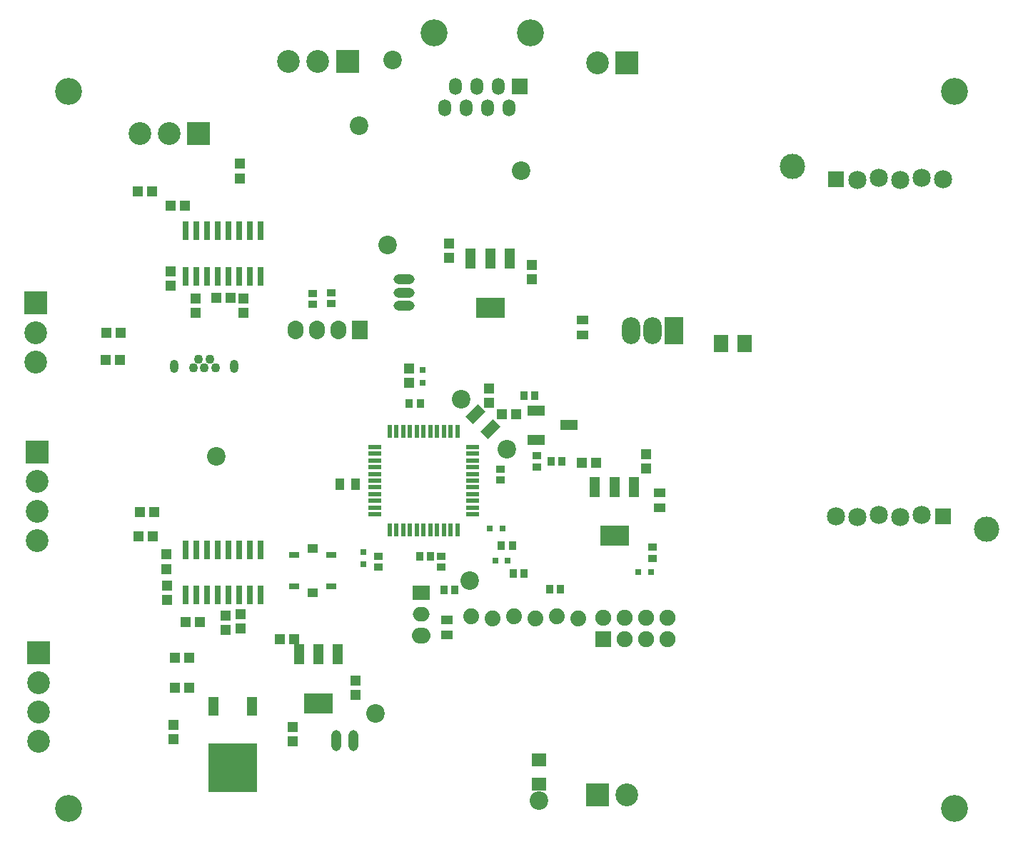
<source format=gts>
G04 DipTrace 3.3.1.3*
G04 HypermaqBottomsidev0.3.gts*
%MOMM*%
G04 #@! TF.FileFunction,Soldermask,Top*
G04 #@! TF.Part,Single*
%AMOUTLINE1*
4,1,4,
0.45008,-0.55008,
-0.45008,-0.55008,
-0.45008,0.55008,
0.45008,0.55008,
0.45008,-0.55008,
0*%
%AMOUTLINE4*
4,1,4,
-0.55008,-0.45008,
-0.55008,0.45008,
0.55008,0.45008,
0.55008,-0.45008,
-0.55008,-0.45008,
0*%
%AMOUTLINE7*
4,1,4,
1.00008,-0.60008,
-1.00008,-0.60008,
-1.00008,0.60008,
1.00008,0.60008,
1.00008,-0.60008,
0*%
%AMOUTLINE10*
4,1,4,
-1.2022,-0.28283,
0.28283,1.2022,
1.2022,0.28283,
-0.28283,-1.2022,
-1.2022,-0.28283,
0*%
%ADD46R,1.8X1.6*%
%ADD48R,0.8X0.8*%
%ADD61O,2.0X1.7*%
%ADD62R,2.0X1.7*%
%ADD65C,1.87967*%
%ADD67O,1.5X2.0*%
%ADD68R,1.87967X1.87967*%
%ADD76R,1.5X0.5*%
%ADD77R,0.5X1.5*%
%ADD82O,1.2X2.5*%
%ADD89O,2.5X1.2*%
%ADD92R,1.8796X1.8796*%
%ADD93C,2.159*%
%ADD94C,3.2*%
%ADD95C,3.0*%
%ADD109R,3.45015X2.35015*%
%ADD111R,1.15015X2.35015*%
%ADD113O,2.20015X3.20015*%
%ADD115R,2.20015X3.20015*%
%ADD119R,5.75015X5.85015*%
%ADD121R,1.20015X2.30015*%
%ADD127R,0.80015X2.20015*%
%ADD129C,1.90015*%
%ADD131R,1.90015X1.90015*%
%ADD133R,1.20015X1.00015*%
%ADD135R,1.20015X0.80015*%
%ADD145O,2.20015X1.90015*%
%ADD147O,1.00015X1.55015*%
%ADD149C,1.10015*%
%ADD151R,2.70015X2.70015*%
%ADD153C,2.70015*%
%ADD155R,1.90015X2.20015*%
%ADD157O,1.90015X2.20015*%
%ADD161C,2.20015*%
%ADD165R,1.80015X2.00015*%
%ADD167R,1.00015X1.40015*%
%ADD169R,1.10015X0.90015*%
%ADD171R,0.90015X1.10015*%
%ADD173R,1.40015X1.00015*%
%ADD175R,1.30015X1.20015*%
%ADD177R,1.20015X1.30015*%
%ADD184OUTLINE1*%
%ADD187OUTLINE4*%
%ADD190OUTLINE7*%
%ADD193OUTLINE10*%
%FSLAX35Y35*%
G04*
G71*
G90*
G75*
G01*
G04 TopMask*
%LPD*%
D177*
X3036567Y3306330D3*
Y3136330D3*
X3074567Y7049210D3*
Y6879210D3*
X2206690Y7365957D3*
Y7195957D3*
D175*
X2745667Y7054313D3*
X2915667D3*
X2206667Y8143943D3*
X2376667D3*
D177*
X2505690Y7049210D3*
Y6879210D3*
D175*
X2555830Y3211430D3*
X2385830D3*
D177*
X2861807Y3115920D3*
Y3285920D3*
X2153057Y3840543D3*
Y4010543D3*
D173*
X5481000Y3237620D3*
Y3057620D3*
D177*
X2163440Y3639703D3*
Y3469703D3*
X5983690Y5978957D3*
Y5808957D3*
D175*
X6306707Y5671683D3*
X6136707D3*
D171*
X5036750Y5798750D3*
X5166750D3*
D169*
X6116250Y5020877D3*
Y4890877D3*
D171*
X5159373Y3984627D3*
X5289373D3*
D167*
X4396753Y4846250D3*
X4216753D3*
D165*
X8737000Y6508750D3*
X9017000D3*
D173*
X8006250Y4741377D3*
Y4561377D3*
D177*
X4403000Y2513877D3*
Y2343877D3*
X7842183Y5032420D3*
Y5202420D3*
D175*
X7254830Y5095807D3*
X7084830D3*
X3671457Y3004680D3*
X3501457D3*
D177*
X6492940Y7445330D3*
Y7275330D3*
X5508557Y7524793D3*
Y7694793D3*
X2237053Y1991180D3*
Y1821180D3*
X3651250Y1793877D3*
Y1963877D3*
D173*
X7096123Y6794500D3*
Y6614500D3*
D46*
X6572250Y1571627D3*
Y1291627D3*
D161*
X4635500Y2127250D3*
X6572250Y1095377D3*
X6365873Y8556627D3*
X2746373Y5175250D3*
X4778373Y7683500D3*
D48*
X4497000Y3893753D3*
Y4043753D3*
D94*
X1000000Y9500000D3*
X11500000D3*
Y1000000D3*
X1000000D3*
D157*
X3687373Y6671873D3*
X3941373D3*
X4195373D3*
D155*
X4449373D3*
D153*
X7619990Y1158870D3*
D151*
X7269990D3*
D153*
X626733Y4174017D3*
Y4524017D3*
Y4874017D3*
D151*
Y5224017D3*
D153*
X642610Y1794263D3*
Y2144263D3*
Y2494263D3*
D151*
Y2844263D3*
D153*
X1841500Y9001127D3*
X2191500D3*
D151*
X2541500D3*
D149*
X2476500Y6223010D3*
D147*
X2964000Y6245010D3*
D149*
X2671500Y6323010D3*
X2606500Y6223010D3*
X2736500D3*
X2541500Y6323010D3*
D147*
X2249500Y6245010D3*
D145*
X5179623Y3052377D3*
D61*
Y3306377D3*
D62*
Y3560377D3*
D65*
X7041500Y3252247D3*
X6787500Y3277647D3*
X6533500Y3252247D3*
X6279500Y3277647D3*
X6025500Y3252247D3*
X5771500Y3277647D3*
D67*
X5461000Y9302750D3*
X5588000Y9556750D3*
X5715000Y9302750D3*
X5969000D3*
X6223000D3*
X5842000Y9556750D3*
X6096000D3*
D68*
X6350000D3*
D94*
X6477000Y10191750D3*
X5334000D3*
D153*
X607623Y6290860D3*
Y6640860D3*
D151*
Y6990860D3*
D153*
X3602877Y9859127D3*
X3952877D3*
D151*
X4302877D3*
D153*
X7270373Y9842877D3*
D151*
X7620373D3*
D161*
X4841873Y9874250D3*
X4445000Y9096377D3*
D175*
X1984373Y8318500D3*
X1814373D3*
D177*
X3026500Y8471627D3*
Y8641627D3*
D175*
X1993753Y4227120D3*
X1823753D3*
X2009623Y4512873D3*
X1839623D3*
X2429753Y2429997D3*
X2259753D3*
X2429753Y2790000D3*
X2259753D3*
X1608377Y6318250D3*
X1438377D3*
X1612753Y6640123D3*
X1442753D3*
D48*
X5195500Y6195623D3*
Y6045623D3*
X7901373Y3798500D3*
X7751373D3*
X6143623Y4318003D3*
X5993623D3*
D171*
X5449500Y3592123D3*
X5579500D3*
D169*
X5419750Y3992250D3*
Y3862250D3*
D171*
X6699750Y3602250D3*
X6829750D3*
X6259123Y4116000D3*
X6129123D3*
X6402000Y3782623D3*
X6272000D3*
D169*
X3893753Y6973500D3*
Y7103500D3*
X4109750Y6982250D3*
Y7112250D3*
D177*
X5036750Y6048623D3*
Y6218623D3*
D169*
X4671623Y3992000D3*
Y3862000D3*
X7921627Y4095750D3*
Y3965750D3*
D184*
X6397623Y5889627D3*
X6527623D3*
D187*
X6546377Y5051123D3*
Y5181123D3*
D171*
X6848000Y5117623D3*
X6718000D3*
D135*
X4116000Y4004877D3*
X3676000D3*
Y3634877D3*
X4116000D3*
D133*
X3896000Y4079877D3*
Y3559877D3*
D190*
X6544873Y5719377D3*
X6934873Y5544377D3*
X6544873Y5369377D3*
D48*
X6207123Y3937000D3*
X6057123D3*
D131*
X7338623Y3004750D3*
D129*
Y3258750D3*
X7592623Y3004750D3*
Y3258750D3*
X7846623Y3004750D3*
Y3258750D3*
X8100623Y3004750D3*
Y3258750D3*
D161*
X5751127Y3703247D3*
X6195623Y5258997D3*
X5649750Y5852250D3*
D127*
X2385627Y7306877D3*
X2512627D3*
X2639627D3*
X2766627D3*
X2893627D3*
X3020627D3*
X3147627D3*
X3274627D3*
Y7846877D3*
X3147627D3*
X3020627D3*
X2893627D3*
X2766627D3*
X2639627D3*
X2512627D3*
X2385627D3*
Y3528627D3*
X2512627D3*
X2639627D3*
X2766627D3*
X2893627D3*
X3020627D3*
X3147627D3*
X3274627D3*
Y4068627D3*
X3147627D3*
X3020627D3*
X2893627D3*
X2766627D3*
X2639627D3*
X2512627D3*
X2385627D3*
D76*
X4626753Y5286250D3*
Y5206250D3*
Y5126250D3*
Y5046250D3*
Y4966250D3*
Y4886250D3*
Y4806250D3*
Y4726250D3*
Y4646250D3*
Y4566250D3*
Y4486250D3*
D77*
X4806753Y4306250D3*
X4886753D3*
X4966753D3*
X5046753D3*
X5126753D3*
X5206753D3*
X5286753D3*
X5366753D3*
X5446753D3*
X5526753D3*
X5606753D3*
D76*
X5786753Y4486250D3*
Y4566250D3*
Y4646250D3*
Y4726250D3*
Y4806250D3*
Y4886250D3*
Y4966250D3*
Y5046250D3*
Y5126250D3*
Y5206250D3*
Y5286250D3*
D77*
X5606753Y5466250D3*
X5526753D3*
X5446753D3*
X5366753D3*
X5286753D3*
X5206753D3*
X5126753D3*
X5046753D3*
X4966753D3*
X4886753D3*
X4806753D3*
D121*
X3175000Y2206627D3*
X2715000D3*
D119*
X2945000Y1481627D3*
D82*
X4175270Y1801340D3*
X4375270D3*
D115*
X8175623Y6667500D3*
D113*
X7921623D3*
X7667623D3*
D111*
X7699373Y4810127D3*
X7469373D3*
X7239373D3*
D109*
X7469373Y4230127D3*
D111*
X4191000Y2825750D3*
X3961000D3*
X3731000D3*
D109*
X3961000Y2245750D3*
D89*
X4973253Y7116380D3*
Y6959080D3*
Y7273680D3*
D92*
X10096500Y8461434D3*
D93*
X10350470Y8448754D3*
X10604470Y8474154D3*
X10858470Y8448754D3*
X11112470Y8474154D3*
X11366470Y8461434D3*
D92*
X11364270Y4463854D3*
D93*
X11110370Y4476554D3*
X10856370Y4451154D3*
X10602370Y4476554D3*
X10348370Y4451154D3*
X10094340Y4463854D3*
D95*
X11880670Y4312854D3*
X9580670Y8612854D3*
D111*
X6227250Y7517000D3*
X5997250D3*
X5767250D3*
D109*
X5997250Y6937000D3*
D193*
X5826123Y5669527D3*
X6002900Y5492750D3*
M02*

</source>
